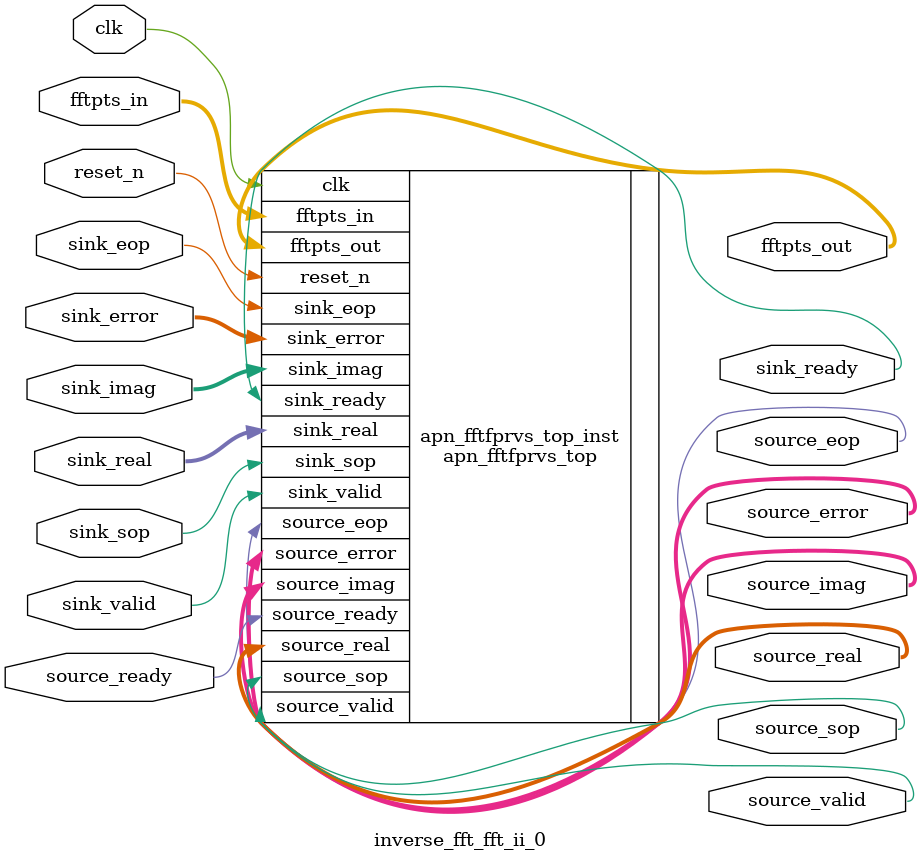
<source format=sv>



module inverse_fft_fft_ii_0 (
   input clk, 
   input reset_n,
	input [7 : 0] fftpts_in,
	input	sink_valid,
	input	sink_sop,
	input	sink_eop,
	input	logic [31 : 0] sink_real,
	input	logic [31 : 0] sink_imag,
	input	logic [1 : 0] sink_error,
	input	source_ready,
   output [7 : 0] fftpts_out,
	output sink_ready,
	output [1 : 0] source_error,
	output source_sop,
	output source_eop,
	output source_valid,
	output [31 : 0] source_real,
	output [31 : 0] source_imag
	);

	apn_fftfprvs_top #(
		.DEVICE_FAMILY_g("Cyclone V"),
		.MAX_FFTPTS_g(128),
		.NUM_STAGES_g(4),
		.DATAWIDTH_g(32),
		.TWIDWIDTH_g(32),
		.MAX_GROW_g (0),
		.TWIDROM_BASE_g("inverse_fft_fft_ii_0_"),
		.DSP_ROUNDING_g(0),
		.INPUT_FORMAT_g("DIGIT_REVERSED"),
		.OUTPUT_FORMAT_g("NATURAL_ORDER"),
		.REPRESENTATION_g("FLOATPT"),
		.DSP_ARCH_g(0),
		.PRUNE_g("2,3,2,0") 
	)
	apn_fftfprvs_top_inst (
		.clk(clk),
		.reset_n(reset_n),
		.fftpts_in(fftpts_in),
		.fftpts_out(fftpts_out),
		.sink_valid(sink_valid),
		.sink_sop(sink_sop),
		.sink_eop(sink_eop),
		.sink_real(sink_real),
		.sink_imag(sink_imag),
		.sink_ready(sink_ready),
		.sink_error(sink_error),
		.source_error(source_error),
		.source_ready(source_ready),
		.source_sop(source_sop),
		.source_eop(source_eop),
		.source_valid(source_valid),
		.source_real(source_real),
		.source_imag(source_imag)
	);
endmodule





</source>
